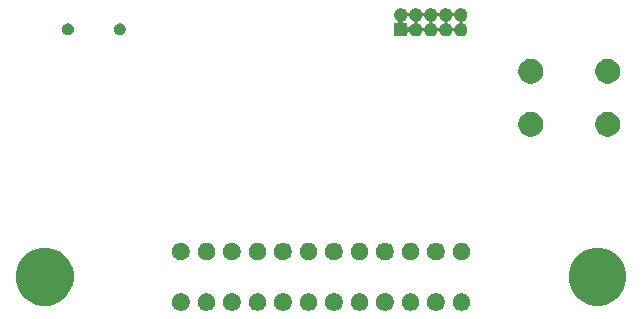
<source format=gbr>
G04 #@! TF.GenerationSoftware,KiCad,Pcbnew,(5.1.2-1)-1*
G04 #@! TF.CreationDate,2019-10-02T20:40:30+01:00*
G04 #@! TF.ProjectId,GPIB Serial Adapter,47504942-2053-4657-9269-616c20416461,rev?*
G04 #@! TF.SameCoordinates,Original*
G04 #@! TF.FileFunction,Soldermask,Bot*
G04 #@! TF.FilePolarity,Negative*
%FSLAX46Y46*%
G04 Gerber Fmt 4.6, Leading zero omitted, Abs format (unit mm)*
G04 Created by KiCad (PCBNEW (5.1.2-1)-1) date 2019-10-02 20:40:30*
%MOMM*%
%LPD*%
G04 APERTURE LIST*
%ADD10C,0.100000*%
G04 APERTURE END LIST*
D10*
G36*
X111775537Y-28563334D02*
G01*
X111847600Y-28577668D01*
X111983364Y-28633903D01*
X112105548Y-28715544D01*
X112209456Y-28819452D01*
X112291097Y-28941636D01*
X112347332Y-29077400D01*
X112376000Y-29221525D01*
X112376000Y-29368475D01*
X112347332Y-29512600D01*
X112291097Y-29648364D01*
X112209456Y-29770548D01*
X112105548Y-29874456D01*
X111983364Y-29956097D01*
X111847600Y-30012332D01*
X111703476Y-30041000D01*
X111556524Y-30041000D01*
X111412400Y-30012332D01*
X111276636Y-29956097D01*
X111154452Y-29874456D01*
X111050544Y-29770548D01*
X110968903Y-29648364D01*
X110912668Y-29512600D01*
X110884000Y-29368475D01*
X110884000Y-29221525D01*
X110912668Y-29077400D01*
X110968903Y-28941636D01*
X111050544Y-28819452D01*
X111154452Y-28715544D01*
X111276636Y-28633903D01*
X111412400Y-28577668D01*
X111484463Y-28563334D01*
X111556524Y-28549000D01*
X111703476Y-28549000D01*
X111775537Y-28563334D01*
X111775537Y-28563334D01*
G37*
G36*
X109615537Y-28563334D02*
G01*
X109687600Y-28577668D01*
X109823364Y-28633903D01*
X109945548Y-28715544D01*
X110049456Y-28819452D01*
X110131097Y-28941636D01*
X110187332Y-29077400D01*
X110216000Y-29221525D01*
X110216000Y-29368475D01*
X110187332Y-29512600D01*
X110131097Y-29648364D01*
X110049456Y-29770548D01*
X109945548Y-29874456D01*
X109823364Y-29956097D01*
X109687600Y-30012332D01*
X109543476Y-30041000D01*
X109396524Y-30041000D01*
X109252400Y-30012332D01*
X109116636Y-29956097D01*
X108994452Y-29874456D01*
X108890544Y-29770548D01*
X108808903Y-29648364D01*
X108752668Y-29512600D01*
X108724000Y-29368475D01*
X108724000Y-29221525D01*
X108752668Y-29077400D01*
X108808903Y-28941636D01*
X108890544Y-28819452D01*
X108994452Y-28715544D01*
X109116636Y-28633903D01*
X109252400Y-28577668D01*
X109324463Y-28563334D01*
X109396524Y-28549000D01*
X109543476Y-28549000D01*
X109615537Y-28563334D01*
X109615537Y-28563334D01*
G37*
G36*
X107455537Y-28563334D02*
G01*
X107527600Y-28577668D01*
X107663364Y-28633903D01*
X107785548Y-28715544D01*
X107889456Y-28819452D01*
X107971097Y-28941636D01*
X108027332Y-29077400D01*
X108056000Y-29221525D01*
X108056000Y-29368475D01*
X108027332Y-29512600D01*
X107971097Y-29648364D01*
X107889456Y-29770548D01*
X107785548Y-29874456D01*
X107663364Y-29956097D01*
X107527600Y-30012332D01*
X107383476Y-30041000D01*
X107236524Y-30041000D01*
X107092400Y-30012332D01*
X106956636Y-29956097D01*
X106834452Y-29874456D01*
X106730544Y-29770548D01*
X106648903Y-29648364D01*
X106592668Y-29512600D01*
X106564000Y-29368475D01*
X106564000Y-29221525D01*
X106592668Y-29077400D01*
X106648903Y-28941636D01*
X106730544Y-28819452D01*
X106834452Y-28715544D01*
X106956636Y-28633903D01*
X107092400Y-28577668D01*
X107164463Y-28563334D01*
X107236524Y-28549000D01*
X107383476Y-28549000D01*
X107455537Y-28563334D01*
X107455537Y-28563334D01*
G37*
G36*
X105295537Y-28563334D02*
G01*
X105367600Y-28577668D01*
X105503364Y-28633903D01*
X105625548Y-28715544D01*
X105729456Y-28819452D01*
X105811097Y-28941636D01*
X105867332Y-29077400D01*
X105896000Y-29221525D01*
X105896000Y-29368475D01*
X105867332Y-29512600D01*
X105811097Y-29648364D01*
X105729456Y-29770548D01*
X105625548Y-29874456D01*
X105503364Y-29956097D01*
X105367600Y-30012332D01*
X105223476Y-30041000D01*
X105076524Y-30041000D01*
X104932400Y-30012332D01*
X104796636Y-29956097D01*
X104674452Y-29874456D01*
X104570544Y-29770548D01*
X104488903Y-29648364D01*
X104432668Y-29512600D01*
X104404000Y-29368475D01*
X104404000Y-29221525D01*
X104432668Y-29077400D01*
X104488903Y-28941636D01*
X104570544Y-28819452D01*
X104674452Y-28715544D01*
X104796636Y-28633903D01*
X104932400Y-28577668D01*
X105004463Y-28563334D01*
X105076524Y-28549000D01*
X105223476Y-28549000D01*
X105295537Y-28563334D01*
X105295537Y-28563334D01*
G37*
G36*
X103135537Y-28563334D02*
G01*
X103207600Y-28577668D01*
X103343364Y-28633903D01*
X103465548Y-28715544D01*
X103569456Y-28819452D01*
X103651097Y-28941636D01*
X103707332Y-29077400D01*
X103736000Y-29221525D01*
X103736000Y-29368475D01*
X103707332Y-29512600D01*
X103651097Y-29648364D01*
X103569456Y-29770548D01*
X103465548Y-29874456D01*
X103343364Y-29956097D01*
X103207600Y-30012332D01*
X103063476Y-30041000D01*
X102916524Y-30041000D01*
X102772400Y-30012332D01*
X102636636Y-29956097D01*
X102514452Y-29874456D01*
X102410544Y-29770548D01*
X102328903Y-29648364D01*
X102272668Y-29512600D01*
X102244000Y-29368475D01*
X102244000Y-29221525D01*
X102272668Y-29077400D01*
X102328903Y-28941636D01*
X102410544Y-28819452D01*
X102514452Y-28715544D01*
X102636636Y-28633903D01*
X102772400Y-28577668D01*
X102844463Y-28563334D01*
X102916524Y-28549000D01*
X103063476Y-28549000D01*
X103135537Y-28563334D01*
X103135537Y-28563334D01*
G37*
G36*
X100975537Y-28563334D02*
G01*
X101047600Y-28577668D01*
X101183364Y-28633903D01*
X101305548Y-28715544D01*
X101409456Y-28819452D01*
X101491097Y-28941636D01*
X101547332Y-29077400D01*
X101576000Y-29221525D01*
X101576000Y-29368475D01*
X101547332Y-29512600D01*
X101491097Y-29648364D01*
X101409456Y-29770548D01*
X101305548Y-29874456D01*
X101183364Y-29956097D01*
X101047600Y-30012332D01*
X100903476Y-30041000D01*
X100756524Y-30041000D01*
X100612400Y-30012332D01*
X100476636Y-29956097D01*
X100354452Y-29874456D01*
X100250544Y-29770548D01*
X100168903Y-29648364D01*
X100112668Y-29512600D01*
X100084000Y-29368475D01*
X100084000Y-29221525D01*
X100112668Y-29077400D01*
X100168903Y-28941636D01*
X100250544Y-28819452D01*
X100354452Y-28715544D01*
X100476636Y-28633903D01*
X100612400Y-28577668D01*
X100684463Y-28563334D01*
X100756524Y-28549000D01*
X100903476Y-28549000D01*
X100975537Y-28563334D01*
X100975537Y-28563334D01*
G37*
G36*
X98815537Y-28563334D02*
G01*
X98887600Y-28577668D01*
X99023364Y-28633903D01*
X99145548Y-28715544D01*
X99249456Y-28819452D01*
X99331097Y-28941636D01*
X99387332Y-29077400D01*
X99416000Y-29221525D01*
X99416000Y-29368475D01*
X99387332Y-29512600D01*
X99331097Y-29648364D01*
X99249456Y-29770548D01*
X99145548Y-29874456D01*
X99023364Y-29956097D01*
X98887600Y-30012332D01*
X98743476Y-30041000D01*
X98596524Y-30041000D01*
X98452400Y-30012332D01*
X98316636Y-29956097D01*
X98194452Y-29874456D01*
X98090544Y-29770548D01*
X98008903Y-29648364D01*
X97952668Y-29512600D01*
X97924000Y-29368475D01*
X97924000Y-29221525D01*
X97952668Y-29077400D01*
X98008903Y-28941636D01*
X98090544Y-28819452D01*
X98194452Y-28715544D01*
X98316636Y-28633903D01*
X98452400Y-28577668D01*
X98524463Y-28563334D01*
X98596524Y-28549000D01*
X98743476Y-28549000D01*
X98815537Y-28563334D01*
X98815537Y-28563334D01*
G37*
G36*
X96655537Y-28563334D02*
G01*
X96727600Y-28577668D01*
X96863364Y-28633903D01*
X96985548Y-28715544D01*
X97089456Y-28819452D01*
X97171097Y-28941636D01*
X97227332Y-29077400D01*
X97256000Y-29221525D01*
X97256000Y-29368475D01*
X97227332Y-29512600D01*
X97171097Y-29648364D01*
X97089456Y-29770548D01*
X96985548Y-29874456D01*
X96863364Y-29956097D01*
X96727600Y-30012332D01*
X96583476Y-30041000D01*
X96436524Y-30041000D01*
X96292400Y-30012332D01*
X96156636Y-29956097D01*
X96034452Y-29874456D01*
X95930544Y-29770548D01*
X95848903Y-29648364D01*
X95792668Y-29512600D01*
X95764000Y-29368475D01*
X95764000Y-29221525D01*
X95792668Y-29077400D01*
X95848903Y-28941636D01*
X95930544Y-28819452D01*
X96034452Y-28715544D01*
X96156636Y-28633903D01*
X96292400Y-28577668D01*
X96364463Y-28563334D01*
X96436524Y-28549000D01*
X96583476Y-28549000D01*
X96655537Y-28563334D01*
X96655537Y-28563334D01*
G37*
G36*
X94495537Y-28563334D02*
G01*
X94567600Y-28577668D01*
X94703364Y-28633903D01*
X94825548Y-28715544D01*
X94929456Y-28819452D01*
X95011097Y-28941636D01*
X95067332Y-29077400D01*
X95096000Y-29221525D01*
X95096000Y-29368475D01*
X95067332Y-29512600D01*
X95011097Y-29648364D01*
X94929456Y-29770548D01*
X94825548Y-29874456D01*
X94703364Y-29956097D01*
X94567600Y-30012332D01*
X94423476Y-30041000D01*
X94276524Y-30041000D01*
X94132400Y-30012332D01*
X93996636Y-29956097D01*
X93874452Y-29874456D01*
X93770544Y-29770548D01*
X93688903Y-29648364D01*
X93632668Y-29512600D01*
X93604000Y-29368475D01*
X93604000Y-29221525D01*
X93632668Y-29077400D01*
X93688903Y-28941636D01*
X93770544Y-28819452D01*
X93874452Y-28715544D01*
X93996636Y-28633903D01*
X94132400Y-28577668D01*
X94204463Y-28563334D01*
X94276524Y-28549000D01*
X94423476Y-28549000D01*
X94495537Y-28563334D01*
X94495537Y-28563334D01*
G37*
G36*
X92335537Y-28563334D02*
G01*
X92407600Y-28577668D01*
X92543364Y-28633903D01*
X92665548Y-28715544D01*
X92769456Y-28819452D01*
X92851097Y-28941636D01*
X92907332Y-29077400D01*
X92936000Y-29221525D01*
X92936000Y-29368475D01*
X92907332Y-29512600D01*
X92851097Y-29648364D01*
X92769456Y-29770548D01*
X92665548Y-29874456D01*
X92543364Y-29956097D01*
X92407600Y-30012332D01*
X92263476Y-30041000D01*
X92116524Y-30041000D01*
X91972400Y-30012332D01*
X91836636Y-29956097D01*
X91714452Y-29874456D01*
X91610544Y-29770548D01*
X91528903Y-29648364D01*
X91472668Y-29512600D01*
X91444000Y-29368475D01*
X91444000Y-29221525D01*
X91472668Y-29077400D01*
X91528903Y-28941636D01*
X91610544Y-28819452D01*
X91714452Y-28715544D01*
X91836636Y-28633903D01*
X91972400Y-28577668D01*
X92044463Y-28563334D01*
X92116524Y-28549000D01*
X92263476Y-28549000D01*
X92335537Y-28563334D01*
X92335537Y-28563334D01*
G37*
G36*
X90175537Y-28563334D02*
G01*
X90247600Y-28577668D01*
X90383364Y-28633903D01*
X90505548Y-28715544D01*
X90609456Y-28819452D01*
X90691097Y-28941636D01*
X90747332Y-29077400D01*
X90776000Y-29221525D01*
X90776000Y-29368475D01*
X90747332Y-29512600D01*
X90691097Y-29648364D01*
X90609456Y-29770548D01*
X90505548Y-29874456D01*
X90383364Y-29956097D01*
X90247600Y-30012332D01*
X90103476Y-30041000D01*
X89956524Y-30041000D01*
X89812400Y-30012332D01*
X89676636Y-29956097D01*
X89554452Y-29874456D01*
X89450544Y-29770548D01*
X89368903Y-29648364D01*
X89312668Y-29512600D01*
X89284000Y-29368475D01*
X89284000Y-29221525D01*
X89312668Y-29077400D01*
X89368903Y-28941636D01*
X89450544Y-28819452D01*
X89554452Y-28715544D01*
X89676636Y-28633903D01*
X89812400Y-28577668D01*
X89884463Y-28563334D01*
X89956524Y-28549000D01*
X90103476Y-28549000D01*
X90175537Y-28563334D01*
X90175537Y-28563334D01*
G37*
G36*
X88015537Y-28563334D02*
G01*
X88087600Y-28577668D01*
X88223364Y-28633903D01*
X88345548Y-28715544D01*
X88449456Y-28819452D01*
X88531097Y-28941636D01*
X88587332Y-29077400D01*
X88616000Y-29221525D01*
X88616000Y-29368475D01*
X88587332Y-29512600D01*
X88531097Y-29648364D01*
X88449456Y-29770548D01*
X88345548Y-29874456D01*
X88223364Y-29956097D01*
X88087600Y-30012332D01*
X87943476Y-30041000D01*
X87796524Y-30041000D01*
X87652400Y-30012332D01*
X87516636Y-29956097D01*
X87394452Y-29874456D01*
X87290544Y-29770548D01*
X87208903Y-29648364D01*
X87152668Y-29512600D01*
X87124000Y-29368475D01*
X87124000Y-29221525D01*
X87152668Y-29077400D01*
X87208903Y-28941636D01*
X87290544Y-28819452D01*
X87394452Y-28715544D01*
X87516636Y-28633903D01*
X87652400Y-28577668D01*
X87724463Y-28563334D01*
X87796524Y-28549000D01*
X87943476Y-28549000D01*
X88015537Y-28563334D01*
X88015537Y-28563334D01*
G37*
G36*
X123859929Y-24793190D02*
G01*
X124305982Y-24977951D01*
X124305984Y-24977952D01*
X124707421Y-25246184D01*
X125048816Y-25587579D01*
X125158011Y-25751000D01*
X125317049Y-25989018D01*
X125501810Y-26435071D01*
X125596000Y-26908596D01*
X125596000Y-27391404D01*
X125501810Y-27864929D01*
X125317049Y-28310982D01*
X125317048Y-28310984D01*
X125048816Y-28712421D01*
X124707421Y-29053816D01*
X124305984Y-29322048D01*
X124305983Y-29322049D01*
X124305982Y-29322049D01*
X123859929Y-29506810D01*
X123386404Y-29601000D01*
X122903596Y-29601000D01*
X122430071Y-29506810D01*
X121984018Y-29322049D01*
X121984017Y-29322049D01*
X121984016Y-29322048D01*
X121582579Y-29053816D01*
X121241184Y-28712421D01*
X120972952Y-28310984D01*
X120972951Y-28310982D01*
X120788190Y-27864929D01*
X120694000Y-27391404D01*
X120694000Y-26908596D01*
X120788190Y-26435071D01*
X120972951Y-25989018D01*
X121131990Y-25751000D01*
X121241184Y-25587579D01*
X121582579Y-25246184D01*
X121984016Y-24977952D01*
X121984018Y-24977951D01*
X122430071Y-24793190D01*
X122903596Y-24699000D01*
X123386404Y-24699000D01*
X123859929Y-24793190D01*
X123859929Y-24793190D01*
G37*
G36*
X77069929Y-24793190D02*
G01*
X77515982Y-24977951D01*
X77515984Y-24977952D01*
X77917421Y-25246184D01*
X78258816Y-25587579D01*
X78368011Y-25751000D01*
X78527049Y-25989018D01*
X78711810Y-26435071D01*
X78806000Y-26908596D01*
X78806000Y-27391404D01*
X78711810Y-27864929D01*
X78527049Y-28310982D01*
X78527048Y-28310984D01*
X78258816Y-28712421D01*
X77917421Y-29053816D01*
X77515984Y-29322048D01*
X77515983Y-29322049D01*
X77515982Y-29322049D01*
X77069929Y-29506810D01*
X76596404Y-29601000D01*
X76113596Y-29601000D01*
X75640071Y-29506810D01*
X75194018Y-29322049D01*
X75194017Y-29322049D01*
X75194016Y-29322048D01*
X74792579Y-29053816D01*
X74451184Y-28712421D01*
X74182952Y-28310984D01*
X74182951Y-28310982D01*
X73998190Y-27864929D01*
X73904000Y-27391404D01*
X73904000Y-26908596D01*
X73998190Y-26435071D01*
X74182951Y-25989018D01*
X74341990Y-25751000D01*
X74451184Y-25587579D01*
X74792579Y-25246184D01*
X75194016Y-24977952D01*
X75194018Y-24977951D01*
X75640071Y-24793190D01*
X76113596Y-24699000D01*
X76596404Y-24699000D01*
X77069929Y-24793190D01*
X77069929Y-24793190D01*
G37*
G36*
X103207600Y-24287668D02*
G01*
X103343364Y-24343903D01*
X103465548Y-24425544D01*
X103569456Y-24529452D01*
X103651097Y-24651636D01*
X103707332Y-24787400D01*
X103736000Y-24931525D01*
X103736000Y-25078475D01*
X103707332Y-25222600D01*
X103651097Y-25358364D01*
X103569456Y-25480548D01*
X103465548Y-25584456D01*
X103343364Y-25666097D01*
X103207600Y-25722332D01*
X103063476Y-25751000D01*
X102916524Y-25751000D01*
X102772400Y-25722332D01*
X102636636Y-25666097D01*
X102514452Y-25584456D01*
X102410544Y-25480548D01*
X102328903Y-25358364D01*
X102272668Y-25222600D01*
X102244000Y-25078475D01*
X102244000Y-24931525D01*
X102272668Y-24787400D01*
X102328903Y-24651636D01*
X102410544Y-24529452D01*
X102514452Y-24425544D01*
X102636636Y-24343903D01*
X102772400Y-24287668D01*
X102916524Y-24259000D01*
X103063476Y-24259000D01*
X103207600Y-24287668D01*
X103207600Y-24287668D01*
G37*
G36*
X98887600Y-24287668D02*
G01*
X99023364Y-24343903D01*
X99145548Y-24425544D01*
X99249456Y-24529452D01*
X99331097Y-24651636D01*
X99387332Y-24787400D01*
X99416000Y-24931525D01*
X99416000Y-25078475D01*
X99387332Y-25222600D01*
X99331097Y-25358364D01*
X99249456Y-25480548D01*
X99145548Y-25584456D01*
X99023364Y-25666097D01*
X98887600Y-25722332D01*
X98743476Y-25751000D01*
X98596524Y-25751000D01*
X98452400Y-25722332D01*
X98316636Y-25666097D01*
X98194452Y-25584456D01*
X98090544Y-25480548D01*
X98008903Y-25358364D01*
X97952668Y-25222600D01*
X97924000Y-25078475D01*
X97924000Y-24931525D01*
X97952668Y-24787400D01*
X98008903Y-24651636D01*
X98090544Y-24529452D01*
X98194452Y-24425544D01*
X98316636Y-24343903D01*
X98452400Y-24287668D01*
X98596524Y-24259000D01*
X98743476Y-24259000D01*
X98887600Y-24287668D01*
X98887600Y-24287668D01*
G37*
G36*
X105367600Y-24287668D02*
G01*
X105503364Y-24343903D01*
X105625548Y-24425544D01*
X105729456Y-24529452D01*
X105811097Y-24651636D01*
X105867332Y-24787400D01*
X105896000Y-24931525D01*
X105896000Y-25078475D01*
X105867332Y-25222600D01*
X105811097Y-25358364D01*
X105729456Y-25480548D01*
X105625548Y-25584456D01*
X105503364Y-25666097D01*
X105367600Y-25722332D01*
X105223476Y-25751000D01*
X105076524Y-25751000D01*
X104932400Y-25722332D01*
X104796636Y-25666097D01*
X104674452Y-25584456D01*
X104570544Y-25480548D01*
X104488903Y-25358364D01*
X104432668Y-25222600D01*
X104404000Y-25078475D01*
X104404000Y-24931525D01*
X104432668Y-24787400D01*
X104488903Y-24651636D01*
X104570544Y-24529452D01*
X104674452Y-24425544D01*
X104796636Y-24343903D01*
X104932400Y-24287668D01*
X105076524Y-24259000D01*
X105223476Y-24259000D01*
X105367600Y-24287668D01*
X105367600Y-24287668D01*
G37*
G36*
X96727600Y-24287668D02*
G01*
X96863364Y-24343903D01*
X96985548Y-24425544D01*
X97089456Y-24529452D01*
X97171097Y-24651636D01*
X97227332Y-24787400D01*
X97256000Y-24931525D01*
X97256000Y-25078475D01*
X97227332Y-25222600D01*
X97171097Y-25358364D01*
X97089456Y-25480548D01*
X96985548Y-25584456D01*
X96863364Y-25666097D01*
X96727600Y-25722332D01*
X96583476Y-25751000D01*
X96436524Y-25751000D01*
X96292400Y-25722332D01*
X96156636Y-25666097D01*
X96034452Y-25584456D01*
X95930544Y-25480548D01*
X95848903Y-25358364D01*
X95792668Y-25222600D01*
X95764000Y-25078475D01*
X95764000Y-24931525D01*
X95792668Y-24787400D01*
X95848903Y-24651636D01*
X95930544Y-24529452D01*
X96034452Y-24425544D01*
X96156636Y-24343903D01*
X96292400Y-24287668D01*
X96436524Y-24259000D01*
X96583476Y-24259000D01*
X96727600Y-24287668D01*
X96727600Y-24287668D01*
G37*
G36*
X107527600Y-24287668D02*
G01*
X107663364Y-24343903D01*
X107785548Y-24425544D01*
X107889456Y-24529452D01*
X107971097Y-24651636D01*
X108027332Y-24787400D01*
X108056000Y-24931525D01*
X108056000Y-25078475D01*
X108027332Y-25222600D01*
X107971097Y-25358364D01*
X107889456Y-25480548D01*
X107785548Y-25584456D01*
X107663364Y-25666097D01*
X107527600Y-25722332D01*
X107383476Y-25751000D01*
X107236524Y-25751000D01*
X107092400Y-25722332D01*
X106956636Y-25666097D01*
X106834452Y-25584456D01*
X106730544Y-25480548D01*
X106648903Y-25358364D01*
X106592668Y-25222600D01*
X106564000Y-25078475D01*
X106564000Y-24931525D01*
X106592668Y-24787400D01*
X106648903Y-24651636D01*
X106730544Y-24529452D01*
X106834452Y-24425544D01*
X106956636Y-24343903D01*
X107092400Y-24287668D01*
X107236524Y-24259000D01*
X107383476Y-24259000D01*
X107527600Y-24287668D01*
X107527600Y-24287668D01*
G37*
G36*
X94567600Y-24287668D02*
G01*
X94703364Y-24343903D01*
X94825548Y-24425544D01*
X94929456Y-24529452D01*
X95011097Y-24651636D01*
X95067332Y-24787400D01*
X95096000Y-24931525D01*
X95096000Y-25078475D01*
X95067332Y-25222600D01*
X95011097Y-25358364D01*
X94929456Y-25480548D01*
X94825548Y-25584456D01*
X94703364Y-25666097D01*
X94567600Y-25722332D01*
X94423476Y-25751000D01*
X94276524Y-25751000D01*
X94132400Y-25722332D01*
X93996636Y-25666097D01*
X93874452Y-25584456D01*
X93770544Y-25480548D01*
X93688903Y-25358364D01*
X93632668Y-25222600D01*
X93604000Y-25078475D01*
X93604000Y-24931525D01*
X93632668Y-24787400D01*
X93688903Y-24651636D01*
X93770544Y-24529452D01*
X93874452Y-24425544D01*
X93996636Y-24343903D01*
X94132400Y-24287668D01*
X94276524Y-24259000D01*
X94423476Y-24259000D01*
X94567600Y-24287668D01*
X94567600Y-24287668D01*
G37*
G36*
X109687600Y-24287668D02*
G01*
X109823364Y-24343903D01*
X109945548Y-24425544D01*
X110049456Y-24529452D01*
X110131097Y-24651636D01*
X110187332Y-24787400D01*
X110216000Y-24931525D01*
X110216000Y-25078475D01*
X110187332Y-25222600D01*
X110131097Y-25358364D01*
X110049456Y-25480548D01*
X109945548Y-25584456D01*
X109823364Y-25666097D01*
X109687600Y-25722332D01*
X109543476Y-25751000D01*
X109396524Y-25751000D01*
X109252400Y-25722332D01*
X109116636Y-25666097D01*
X108994452Y-25584456D01*
X108890544Y-25480548D01*
X108808903Y-25358364D01*
X108752668Y-25222600D01*
X108724000Y-25078475D01*
X108724000Y-24931525D01*
X108752668Y-24787400D01*
X108808903Y-24651636D01*
X108890544Y-24529452D01*
X108994452Y-24425544D01*
X109116636Y-24343903D01*
X109252400Y-24287668D01*
X109396524Y-24259000D01*
X109543476Y-24259000D01*
X109687600Y-24287668D01*
X109687600Y-24287668D01*
G37*
G36*
X88087600Y-24287668D02*
G01*
X88223364Y-24343903D01*
X88345548Y-24425544D01*
X88449456Y-24529452D01*
X88531097Y-24651636D01*
X88587332Y-24787400D01*
X88616000Y-24931525D01*
X88616000Y-25078475D01*
X88587332Y-25222600D01*
X88531097Y-25358364D01*
X88449456Y-25480548D01*
X88345548Y-25584456D01*
X88223364Y-25666097D01*
X88087600Y-25722332D01*
X87943476Y-25751000D01*
X87796524Y-25751000D01*
X87652400Y-25722332D01*
X87516636Y-25666097D01*
X87394452Y-25584456D01*
X87290544Y-25480548D01*
X87208903Y-25358364D01*
X87152668Y-25222600D01*
X87124000Y-25078475D01*
X87124000Y-24931525D01*
X87152668Y-24787400D01*
X87208903Y-24651636D01*
X87290544Y-24529452D01*
X87394452Y-24425544D01*
X87516636Y-24343903D01*
X87652400Y-24287668D01*
X87796524Y-24259000D01*
X87943476Y-24259000D01*
X88087600Y-24287668D01*
X88087600Y-24287668D01*
G37*
G36*
X90247600Y-24287668D02*
G01*
X90383364Y-24343903D01*
X90505548Y-24425544D01*
X90609456Y-24529452D01*
X90691097Y-24651636D01*
X90747332Y-24787400D01*
X90776000Y-24931525D01*
X90776000Y-25078475D01*
X90747332Y-25222600D01*
X90691097Y-25358364D01*
X90609456Y-25480548D01*
X90505548Y-25584456D01*
X90383364Y-25666097D01*
X90247600Y-25722332D01*
X90103476Y-25751000D01*
X89956524Y-25751000D01*
X89812400Y-25722332D01*
X89676636Y-25666097D01*
X89554452Y-25584456D01*
X89450544Y-25480548D01*
X89368903Y-25358364D01*
X89312668Y-25222600D01*
X89284000Y-25078475D01*
X89284000Y-24931525D01*
X89312668Y-24787400D01*
X89368903Y-24651636D01*
X89450544Y-24529452D01*
X89554452Y-24425544D01*
X89676636Y-24343903D01*
X89812400Y-24287668D01*
X89956524Y-24259000D01*
X90103476Y-24259000D01*
X90247600Y-24287668D01*
X90247600Y-24287668D01*
G37*
G36*
X111847600Y-24287668D02*
G01*
X111983364Y-24343903D01*
X112105548Y-24425544D01*
X112209456Y-24529452D01*
X112291097Y-24651636D01*
X112347332Y-24787400D01*
X112376000Y-24931525D01*
X112376000Y-25078475D01*
X112347332Y-25222600D01*
X112291097Y-25358364D01*
X112209456Y-25480548D01*
X112105548Y-25584456D01*
X111983364Y-25666097D01*
X111847600Y-25722332D01*
X111703476Y-25751000D01*
X111556524Y-25751000D01*
X111412400Y-25722332D01*
X111276636Y-25666097D01*
X111154452Y-25584456D01*
X111050544Y-25480548D01*
X110968903Y-25358364D01*
X110912668Y-25222600D01*
X110884000Y-25078475D01*
X110884000Y-24931525D01*
X110912668Y-24787400D01*
X110968903Y-24651636D01*
X111050544Y-24529452D01*
X111154452Y-24425544D01*
X111276636Y-24343903D01*
X111412400Y-24287668D01*
X111556524Y-24259000D01*
X111703476Y-24259000D01*
X111847600Y-24287668D01*
X111847600Y-24287668D01*
G37*
G36*
X92407600Y-24287668D02*
G01*
X92543364Y-24343903D01*
X92665548Y-24425544D01*
X92769456Y-24529452D01*
X92851097Y-24651636D01*
X92907332Y-24787400D01*
X92936000Y-24931525D01*
X92936000Y-25078475D01*
X92907332Y-25222600D01*
X92851097Y-25358364D01*
X92769456Y-25480548D01*
X92665548Y-25584456D01*
X92543364Y-25666097D01*
X92407600Y-25722332D01*
X92263476Y-25751000D01*
X92116524Y-25751000D01*
X91972400Y-25722332D01*
X91836636Y-25666097D01*
X91714452Y-25584456D01*
X91610544Y-25480548D01*
X91528903Y-25358364D01*
X91472668Y-25222600D01*
X91444000Y-25078475D01*
X91444000Y-24931525D01*
X91472668Y-24787400D01*
X91528903Y-24651636D01*
X91610544Y-24529452D01*
X91714452Y-24425544D01*
X91836636Y-24343903D01*
X91972400Y-24287668D01*
X92116524Y-24259000D01*
X92263476Y-24259000D01*
X92407600Y-24287668D01*
X92407600Y-24287668D01*
G37*
G36*
X101047600Y-24287668D02*
G01*
X101183364Y-24343903D01*
X101305548Y-24425544D01*
X101409456Y-24529452D01*
X101491097Y-24651636D01*
X101547332Y-24787400D01*
X101576000Y-24931525D01*
X101576000Y-25078475D01*
X101547332Y-25222600D01*
X101491097Y-25358364D01*
X101409456Y-25480548D01*
X101305548Y-25584456D01*
X101183364Y-25666097D01*
X101047600Y-25722332D01*
X100903476Y-25751000D01*
X100756524Y-25751000D01*
X100612400Y-25722332D01*
X100476636Y-25666097D01*
X100354452Y-25584456D01*
X100250544Y-25480548D01*
X100168903Y-25358364D01*
X100112668Y-25222600D01*
X100084000Y-25078475D01*
X100084000Y-24931525D01*
X100112668Y-24787400D01*
X100168903Y-24651636D01*
X100250544Y-24529452D01*
X100354452Y-24425544D01*
X100476636Y-24343903D01*
X100612400Y-24287668D01*
X100756524Y-24259000D01*
X100903476Y-24259000D01*
X101047600Y-24287668D01*
X101047600Y-24287668D01*
G37*
G36*
X117806564Y-13239389D02*
G01*
X117997833Y-13318615D01*
X117997835Y-13318616D01*
X118169973Y-13433635D01*
X118316365Y-13580027D01*
X118431385Y-13752167D01*
X118510611Y-13943436D01*
X118551000Y-14146484D01*
X118551000Y-14353516D01*
X118510611Y-14556564D01*
X118431385Y-14747833D01*
X118431384Y-14747835D01*
X118316365Y-14919973D01*
X118169973Y-15066365D01*
X117997835Y-15181384D01*
X117997834Y-15181385D01*
X117997833Y-15181385D01*
X117806564Y-15260611D01*
X117603516Y-15301000D01*
X117396484Y-15301000D01*
X117193436Y-15260611D01*
X117002167Y-15181385D01*
X117002166Y-15181385D01*
X117002165Y-15181384D01*
X116830027Y-15066365D01*
X116683635Y-14919973D01*
X116568616Y-14747835D01*
X116568615Y-14747833D01*
X116489389Y-14556564D01*
X116449000Y-14353516D01*
X116449000Y-14146484D01*
X116489389Y-13943436D01*
X116568615Y-13752167D01*
X116683635Y-13580027D01*
X116830027Y-13433635D01*
X117002165Y-13318616D01*
X117002167Y-13318615D01*
X117193436Y-13239389D01*
X117396484Y-13199000D01*
X117603516Y-13199000D01*
X117806564Y-13239389D01*
X117806564Y-13239389D01*
G37*
G36*
X124306564Y-13239389D02*
G01*
X124497833Y-13318615D01*
X124497835Y-13318616D01*
X124669973Y-13433635D01*
X124816365Y-13580027D01*
X124931385Y-13752167D01*
X125010611Y-13943436D01*
X125051000Y-14146484D01*
X125051000Y-14353516D01*
X125010611Y-14556564D01*
X124931385Y-14747833D01*
X124931384Y-14747835D01*
X124816365Y-14919973D01*
X124669973Y-15066365D01*
X124497835Y-15181384D01*
X124497834Y-15181385D01*
X124497833Y-15181385D01*
X124306564Y-15260611D01*
X124103516Y-15301000D01*
X123896484Y-15301000D01*
X123693436Y-15260611D01*
X123502167Y-15181385D01*
X123502166Y-15181385D01*
X123502165Y-15181384D01*
X123330027Y-15066365D01*
X123183635Y-14919973D01*
X123068616Y-14747835D01*
X123068615Y-14747833D01*
X122989389Y-14556564D01*
X122949000Y-14353516D01*
X122949000Y-14146484D01*
X122989389Y-13943436D01*
X123068615Y-13752167D01*
X123183635Y-13580027D01*
X123330027Y-13433635D01*
X123502165Y-13318616D01*
X123502167Y-13318615D01*
X123693436Y-13239389D01*
X123896484Y-13199000D01*
X124103516Y-13199000D01*
X124306564Y-13239389D01*
X124306564Y-13239389D01*
G37*
G36*
X117806564Y-8739389D02*
G01*
X117997833Y-8818615D01*
X117997835Y-8818616D01*
X118169973Y-8933635D01*
X118316365Y-9080027D01*
X118431385Y-9252167D01*
X118510611Y-9443436D01*
X118551000Y-9646484D01*
X118551000Y-9853516D01*
X118510611Y-10056564D01*
X118431385Y-10247833D01*
X118431384Y-10247835D01*
X118316365Y-10419973D01*
X118169973Y-10566365D01*
X117997835Y-10681384D01*
X117997834Y-10681385D01*
X117997833Y-10681385D01*
X117806564Y-10760611D01*
X117603516Y-10801000D01*
X117396484Y-10801000D01*
X117193436Y-10760611D01*
X117002167Y-10681385D01*
X117002166Y-10681385D01*
X117002165Y-10681384D01*
X116830027Y-10566365D01*
X116683635Y-10419973D01*
X116568616Y-10247835D01*
X116568615Y-10247833D01*
X116489389Y-10056564D01*
X116449000Y-9853516D01*
X116449000Y-9646484D01*
X116489389Y-9443436D01*
X116568615Y-9252167D01*
X116683635Y-9080027D01*
X116830027Y-8933635D01*
X117002165Y-8818616D01*
X117002167Y-8818615D01*
X117193436Y-8739389D01*
X117396484Y-8699000D01*
X117603516Y-8699000D01*
X117806564Y-8739389D01*
X117806564Y-8739389D01*
G37*
G36*
X124306564Y-8739389D02*
G01*
X124497833Y-8818615D01*
X124497835Y-8818616D01*
X124669973Y-8933635D01*
X124816365Y-9080027D01*
X124931385Y-9252167D01*
X125010611Y-9443436D01*
X125051000Y-9646484D01*
X125051000Y-9853516D01*
X125010611Y-10056564D01*
X124931385Y-10247833D01*
X124931384Y-10247835D01*
X124816365Y-10419973D01*
X124669973Y-10566365D01*
X124497835Y-10681384D01*
X124497834Y-10681385D01*
X124497833Y-10681385D01*
X124306564Y-10760611D01*
X124103516Y-10801000D01*
X123896484Y-10801000D01*
X123693436Y-10760611D01*
X123502167Y-10681385D01*
X123502166Y-10681385D01*
X123502165Y-10681384D01*
X123330027Y-10566365D01*
X123183635Y-10419973D01*
X123068616Y-10247835D01*
X123068615Y-10247833D01*
X122989389Y-10056564D01*
X122949000Y-9853516D01*
X122949000Y-9646484D01*
X122989389Y-9443436D01*
X123068615Y-9252167D01*
X123183635Y-9080027D01*
X123330027Y-8933635D01*
X123502165Y-8818616D01*
X123502167Y-8818615D01*
X123693436Y-8739389D01*
X123896484Y-8699000D01*
X124103516Y-8699000D01*
X124306564Y-8739389D01*
X124306564Y-8739389D01*
G37*
G36*
X106608015Y-4436973D02*
G01*
X106711879Y-4468479D01*
X106739055Y-4483005D01*
X106807600Y-4519643D01*
X106891501Y-4588499D01*
X106960357Y-4672400D01*
X106996995Y-4740945D01*
X107011521Y-4768121D01*
X107015388Y-4780869D01*
X107024760Y-4803496D01*
X107038374Y-4823870D01*
X107055701Y-4841197D01*
X107076075Y-4854811D01*
X107098714Y-4864188D01*
X107122747Y-4868969D01*
X107147251Y-4868969D01*
X107171285Y-4864189D01*
X107193924Y-4854812D01*
X107214298Y-4841198D01*
X107231625Y-4823871D01*
X107245239Y-4803497D01*
X107254612Y-4780869D01*
X107258479Y-4768121D01*
X107273005Y-4740945D01*
X107309643Y-4672400D01*
X107378499Y-4588499D01*
X107462400Y-4519643D01*
X107530945Y-4483005D01*
X107558121Y-4468479D01*
X107661985Y-4436973D01*
X107742933Y-4429000D01*
X107797067Y-4429000D01*
X107878015Y-4436973D01*
X107981879Y-4468479D01*
X108009055Y-4483005D01*
X108077600Y-4519643D01*
X108161501Y-4588499D01*
X108230357Y-4672400D01*
X108266995Y-4740945D01*
X108281521Y-4768121D01*
X108285388Y-4780869D01*
X108294760Y-4803496D01*
X108308374Y-4823870D01*
X108325701Y-4841197D01*
X108346075Y-4854811D01*
X108368714Y-4864188D01*
X108392747Y-4868969D01*
X108417251Y-4868969D01*
X108441285Y-4864189D01*
X108463924Y-4854812D01*
X108484298Y-4841198D01*
X108501625Y-4823871D01*
X108515239Y-4803497D01*
X108524612Y-4780869D01*
X108528479Y-4768121D01*
X108543005Y-4740945D01*
X108579643Y-4672400D01*
X108648499Y-4588499D01*
X108732400Y-4519643D01*
X108800945Y-4483005D01*
X108828121Y-4468479D01*
X108931985Y-4436973D01*
X109012933Y-4429000D01*
X109067067Y-4429000D01*
X109148015Y-4436973D01*
X109251879Y-4468479D01*
X109279055Y-4483005D01*
X109347600Y-4519643D01*
X109431501Y-4588499D01*
X109500357Y-4672400D01*
X109536995Y-4740945D01*
X109551521Y-4768121D01*
X109555388Y-4780869D01*
X109564760Y-4803496D01*
X109578374Y-4823870D01*
X109595701Y-4841197D01*
X109616075Y-4854811D01*
X109638714Y-4864188D01*
X109662747Y-4868969D01*
X109687251Y-4868969D01*
X109711285Y-4864189D01*
X109733924Y-4854812D01*
X109754298Y-4841198D01*
X109771625Y-4823871D01*
X109785239Y-4803497D01*
X109794612Y-4780869D01*
X109798479Y-4768121D01*
X109813005Y-4740945D01*
X109849643Y-4672400D01*
X109918499Y-4588499D01*
X110002400Y-4519643D01*
X110070945Y-4483005D01*
X110098121Y-4468479D01*
X110201985Y-4436973D01*
X110282933Y-4429000D01*
X110337067Y-4429000D01*
X110418015Y-4436973D01*
X110521879Y-4468479D01*
X110549055Y-4483005D01*
X110617600Y-4519643D01*
X110701501Y-4588499D01*
X110770357Y-4672400D01*
X110806995Y-4740945D01*
X110821521Y-4768121D01*
X110825388Y-4780869D01*
X110834760Y-4803496D01*
X110848374Y-4823870D01*
X110865701Y-4841197D01*
X110886075Y-4854811D01*
X110908714Y-4864188D01*
X110932747Y-4868969D01*
X110957251Y-4868969D01*
X110981285Y-4864189D01*
X111003924Y-4854812D01*
X111024298Y-4841198D01*
X111041625Y-4823871D01*
X111055239Y-4803497D01*
X111064612Y-4780869D01*
X111068479Y-4768121D01*
X111083005Y-4740945D01*
X111119643Y-4672400D01*
X111188499Y-4588499D01*
X111272400Y-4519643D01*
X111340945Y-4483005D01*
X111368121Y-4468479D01*
X111471985Y-4436973D01*
X111552933Y-4429000D01*
X111607067Y-4429000D01*
X111688015Y-4436973D01*
X111791879Y-4468479D01*
X111819055Y-4483005D01*
X111887600Y-4519643D01*
X111971501Y-4588499D01*
X112040357Y-4672400D01*
X112076995Y-4740945D01*
X112091521Y-4768121D01*
X112123027Y-4871985D01*
X112133666Y-4980000D01*
X112123027Y-5088015D01*
X112091521Y-5191879D01*
X112091519Y-5191882D01*
X112040357Y-5287600D01*
X111971501Y-5371501D01*
X111887600Y-5440357D01*
X111832014Y-5470068D01*
X111791879Y-5491521D01*
X111779131Y-5495388D01*
X111756504Y-5504760D01*
X111736130Y-5518374D01*
X111718803Y-5535701D01*
X111705189Y-5556075D01*
X111695812Y-5578714D01*
X111691031Y-5602747D01*
X111691031Y-5627251D01*
X111695811Y-5651285D01*
X111705188Y-5673924D01*
X111718802Y-5694298D01*
X111736129Y-5711625D01*
X111756503Y-5725239D01*
X111779131Y-5734612D01*
X111791879Y-5738479D01*
X111819055Y-5753005D01*
X111887600Y-5789643D01*
X111971501Y-5858499D01*
X112040357Y-5942400D01*
X112076995Y-6010945D01*
X112091521Y-6038121D01*
X112123027Y-6141985D01*
X112133666Y-6250000D01*
X112123027Y-6358015D01*
X112091521Y-6461879D01*
X112091191Y-6462496D01*
X112040357Y-6557600D01*
X111971501Y-6641501D01*
X111887600Y-6710357D01*
X111819055Y-6746995D01*
X111791879Y-6761521D01*
X111688015Y-6793027D01*
X111607067Y-6801000D01*
X111552933Y-6801000D01*
X111471985Y-6793027D01*
X111368121Y-6761521D01*
X111340945Y-6746995D01*
X111272400Y-6710357D01*
X111188499Y-6641501D01*
X111119643Y-6557600D01*
X111068809Y-6462496D01*
X111068479Y-6461879D01*
X111064612Y-6449131D01*
X111055240Y-6426504D01*
X111041626Y-6406130D01*
X111024299Y-6388803D01*
X111003925Y-6375189D01*
X110981286Y-6365812D01*
X110957253Y-6361031D01*
X110932749Y-6361031D01*
X110908715Y-6365811D01*
X110886076Y-6375188D01*
X110865702Y-6388802D01*
X110848375Y-6406129D01*
X110834761Y-6426503D01*
X110825388Y-6449131D01*
X110821521Y-6461879D01*
X110821191Y-6462496D01*
X110770357Y-6557600D01*
X110701501Y-6641501D01*
X110617600Y-6710357D01*
X110549055Y-6746995D01*
X110521879Y-6761521D01*
X110418015Y-6793027D01*
X110337067Y-6801000D01*
X110282933Y-6801000D01*
X110201985Y-6793027D01*
X110098121Y-6761521D01*
X110070945Y-6746995D01*
X110002400Y-6710357D01*
X109918499Y-6641501D01*
X109849643Y-6557600D01*
X109798809Y-6462496D01*
X109798479Y-6461879D01*
X109794612Y-6449131D01*
X109785240Y-6426504D01*
X109771626Y-6406130D01*
X109754299Y-6388803D01*
X109733925Y-6375189D01*
X109711286Y-6365812D01*
X109687253Y-6361031D01*
X109662749Y-6361031D01*
X109638715Y-6365811D01*
X109616076Y-6375188D01*
X109595702Y-6388802D01*
X109578375Y-6406129D01*
X109564761Y-6426503D01*
X109555388Y-6449131D01*
X109551521Y-6461879D01*
X109551191Y-6462496D01*
X109500357Y-6557600D01*
X109431501Y-6641501D01*
X109347600Y-6710357D01*
X109279055Y-6746995D01*
X109251879Y-6761521D01*
X109148015Y-6793027D01*
X109067067Y-6801000D01*
X109012933Y-6801000D01*
X108931985Y-6793027D01*
X108828121Y-6761521D01*
X108800945Y-6746995D01*
X108732400Y-6710357D01*
X108648499Y-6641501D01*
X108579643Y-6557600D01*
X108528809Y-6462496D01*
X108528479Y-6461879D01*
X108524612Y-6449131D01*
X108515240Y-6426504D01*
X108501626Y-6406130D01*
X108484299Y-6388803D01*
X108463925Y-6375189D01*
X108441286Y-6365812D01*
X108417253Y-6361031D01*
X108392749Y-6361031D01*
X108368715Y-6365811D01*
X108346076Y-6375188D01*
X108325702Y-6388802D01*
X108308375Y-6406129D01*
X108294761Y-6426503D01*
X108285388Y-6449131D01*
X108281521Y-6461879D01*
X108281191Y-6462496D01*
X108230357Y-6557600D01*
X108161501Y-6641501D01*
X108077600Y-6710357D01*
X108009055Y-6746995D01*
X107981879Y-6761521D01*
X107878015Y-6793027D01*
X107797067Y-6801000D01*
X107742933Y-6801000D01*
X107661985Y-6793027D01*
X107558121Y-6761521D01*
X107530945Y-6746995D01*
X107462400Y-6710357D01*
X107378499Y-6641501D01*
X107309645Y-6557601D01*
X107309644Y-6557600D01*
X107286236Y-6513807D01*
X107272625Y-6493437D01*
X107255298Y-6476110D01*
X107234924Y-6462496D01*
X107212285Y-6453119D01*
X107188252Y-6448338D01*
X107163748Y-6448338D01*
X107139714Y-6453118D01*
X107117076Y-6462495D01*
X107096701Y-6476109D01*
X107079374Y-6493436D01*
X107065760Y-6513810D01*
X107056383Y-6536449D01*
X107051602Y-6560482D01*
X107051000Y-6572735D01*
X107051000Y-6801000D01*
X105949000Y-6801000D01*
X105949000Y-5699000D01*
X106177265Y-5699000D01*
X106201651Y-5696598D01*
X106225100Y-5689485D01*
X106246711Y-5677934D01*
X106265653Y-5662389D01*
X106281198Y-5643447D01*
X106292749Y-5621836D01*
X106299862Y-5598387D01*
X106302264Y-5574001D01*
X106301058Y-5561748D01*
X106698338Y-5561748D01*
X106698338Y-5586252D01*
X106703118Y-5610286D01*
X106712495Y-5632924D01*
X106726109Y-5653299D01*
X106743436Y-5670626D01*
X106763810Y-5684240D01*
X106786449Y-5693617D01*
X106810482Y-5698398D01*
X106822735Y-5699000D01*
X107051000Y-5699000D01*
X107051000Y-5927265D01*
X107053402Y-5951651D01*
X107060515Y-5975100D01*
X107072066Y-5996711D01*
X107087611Y-6015653D01*
X107106553Y-6031198D01*
X107128164Y-6042749D01*
X107151613Y-6049862D01*
X107175999Y-6052264D01*
X107200385Y-6049862D01*
X107223834Y-6042749D01*
X107245445Y-6031198D01*
X107264387Y-6015653D01*
X107279932Y-5996711D01*
X107286233Y-5986198D01*
X107309644Y-5942400D01*
X107378499Y-5858499D01*
X107462400Y-5789643D01*
X107530945Y-5753005D01*
X107558121Y-5738479D01*
X107570869Y-5734612D01*
X107593496Y-5725240D01*
X107613870Y-5711626D01*
X107631197Y-5694299D01*
X107644811Y-5673925D01*
X107654188Y-5651286D01*
X107658969Y-5627253D01*
X107658969Y-5602749D01*
X107658969Y-5602747D01*
X107881031Y-5602747D01*
X107881031Y-5627251D01*
X107885811Y-5651285D01*
X107895188Y-5673924D01*
X107908802Y-5694298D01*
X107926129Y-5711625D01*
X107946503Y-5725239D01*
X107969131Y-5734612D01*
X107981879Y-5738479D01*
X108009055Y-5753005D01*
X108077600Y-5789643D01*
X108161501Y-5858499D01*
X108230357Y-5942400D01*
X108266995Y-6010945D01*
X108281521Y-6038121D01*
X108285388Y-6050869D01*
X108294760Y-6073496D01*
X108308374Y-6093870D01*
X108325701Y-6111197D01*
X108346075Y-6124811D01*
X108368714Y-6134188D01*
X108392747Y-6138969D01*
X108417251Y-6138969D01*
X108441285Y-6134189D01*
X108463924Y-6124812D01*
X108484298Y-6111198D01*
X108501625Y-6093871D01*
X108515239Y-6073497D01*
X108524612Y-6050869D01*
X108528479Y-6038121D01*
X108543005Y-6010945D01*
X108579643Y-5942400D01*
X108648499Y-5858499D01*
X108732400Y-5789643D01*
X108800945Y-5753005D01*
X108828121Y-5738479D01*
X108840869Y-5734612D01*
X108863496Y-5725240D01*
X108883870Y-5711626D01*
X108901197Y-5694299D01*
X108914811Y-5673925D01*
X108924188Y-5651286D01*
X108928969Y-5627253D01*
X108928969Y-5602749D01*
X108928969Y-5602747D01*
X109151031Y-5602747D01*
X109151031Y-5627251D01*
X109155811Y-5651285D01*
X109165188Y-5673924D01*
X109178802Y-5694298D01*
X109196129Y-5711625D01*
X109216503Y-5725239D01*
X109239131Y-5734612D01*
X109251879Y-5738479D01*
X109279055Y-5753005D01*
X109347600Y-5789643D01*
X109431501Y-5858499D01*
X109500357Y-5942400D01*
X109536995Y-6010945D01*
X109551521Y-6038121D01*
X109555388Y-6050869D01*
X109564760Y-6073496D01*
X109578374Y-6093870D01*
X109595701Y-6111197D01*
X109616075Y-6124811D01*
X109638714Y-6134188D01*
X109662747Y-6138969D01*
X109687251Y-6138969D01*
X109711285Y-6134189D01*
X109733924Y-6124812D01*
X109754298Y-6111198D01*
X109771625Y-6093871D01*
X109785239Y-6073497D01*
X109794612Y-6050869D01*
X109798479Y-6038121D01*
X109813005Y-6010945D01*
X109849643Y-5942400D01*
X109918499Y-5858499D01*
X110002400Y-5789643D01*
X110070945Y-5753005D01*
X110098121Y-5738479D01*
X110110869Y-5734612D01*
X110133496Y-5725240D01*
X110153870Y-5711626D01*
X110171197Y-5694299D01*
X110184811Y-5673925D01*
X110194188Y-5651286D01*
X110198969Y-5627253D01*
X110198969Y-5602749D01*
X110198969Y-5602747D01*
X110421031Y-5602747D01*
X110421031Y-5627251D01*
X110425811Y-5651285D01*
X110435188Y-5673924D01*
X110448802Y-5694298D01*
X110466129Y-5711625D01*
X110486503Y-5725239D01*
X110509131Y-5734612D01*
X110521879Y-5738479D01*
X110549055Y-5753005D01*
X110617600Y-5789643D01*
X110701501Y-5858499D01*
X110770357Y-5942400D01*
X110806995Y-6010945D01*
X110821521Y-6038121D01*
X110825388Y-6050869D01*
X110834760Y-6073496D01*
X110848374Y-6093870D01*
X110865701Y-6111197D01*
X110886075Y-6124811D01*
X110908714Y-6134188D01*
X110932747Y-6138969D01*
X110957251Y-6138969D01*
X110981285Y-6134189D01*
X111003924Y-6124812D01*
X111024298Y-6111198D01*
X111041625Y-6093871D01*
X111055239Y-6073497D01*
X111064612Y-6050869D01*
X111068479Y-6038121D01*
X111083005Y-6010945D01*
X111119643Y-5942400D01*
X111188499Y-5858499D01*
X111272400Y-5789643D01*
X111340945Y-5753005D01*
X111368121Y-5738479D01*
X111380869Y-5734612D01*
X111403496Y-5725240D01*
X111423870Y-5711626D01*
X111441197Y-5694299D01*
X111454811Y-5673925D01*
X111464188Y-5651286D01*
X111468969Y-5627253D01*
X111468969Y-5602749D01*
X111464189Y-5578715D01*
X111454812Y-5556076D01*
X111441198Y-5535702D01*
X111423871Y-5518375D01*
X111403497Y-5504761D01*
X111380869Y-5495388D01*
X111368121Y-5491521D01*
X111327986Y-5470068D01*
X111272400Y-5440357D01*
X111188499Y-5371501D01*
X111119643Y-5287600D01*
X111068481Y-5191882D01*
X111068479Y-5191879D01*
X111064612Y-5179131D01*
X111055240Y-5156504D01*
X111041626Y-5136130D01*
X111024299Y-5118803D01*
X111003925Y-5105189D01*
X110981286Y-5095812D01*
X110957253Y-5091031D01*
X110932749Y-5091031D01*
X110908715Y-5095811D01*
X110886076Y-5105188D01*
X110865702Y-5118802D01*
X110848375Y-5136129D01*
X110834761Y-5156503D01*
X110825388Y-5179131D01*
X110821521Y-5191879D01*
X110821519Y-5191882D01*
X110770357Y-5287600D01*
X110701501Y-5371501D01*
X110617600Y-5440357D01*
X110562014Y-5470068D01*
X110521879Y-5491521D01*
X110509131Y-5495388D01*
X110486504Y-5504760D01*
X110466130Y-5518374D01*
X110448803Y-5535701D01*
X110435189Y-5556075D01*
X110425812Y-5578714D01*
X110421031Y-5602747D01*
X110198969Y-5602747D01*
X110194189Y-5578715D01*
X110184812Y-5556076D01*
X110171198Y-5535702D01*
X110153871Y-5518375D01*
X110133497Y-5504761D01*
X110110869Y-5495388D01*
X110098121Y-5491521D01*
X110057986Y-5470068D01*
X110002400Y-5440357D01*
X109918499Y-5371501D01*
X109849643Y-5287600D01*
X109798481Y-5191882D01*
X109798479Y-5191879D01*
X109794612Y-5179131D01*
X109785240Y-5156504D01*
X109771626Y-5136130D01*
X109754299Y-5118803D01*
X109733925Y-5105189D01*
X109711286Y-5095812D01*
X109687253Y-5091031D01*
X109662749Y-5091031D01*
X109638715Y-5095811D01*
X109616076Y-5105188D01*
X109595702Y-5118802D01*
X109578375Y-5136129D01*
X109564761Y-5156503D01*
X109555388Y-5179131D01*
X109551521Y-5191879D01*
X109551519Y-5191882D01*
X109500357Y-5287600D01*
X109431501Y-5371501D01*
X109347600Y-5440357D01*
X109292014Y-5470068D01*
X109251879Y-5491521D01*
X109239131Y-5495388D01*
X109216504Y-5504760D01*
X109196130Y-5518374D01*
X109178803Y-5535701D01*
X109165189Y-5556075D01*
X109155812Y-5578714D01*
X109151031Y-5602747D01*
X108928969Y-5602747D01*
X108924189Y-5578715D01*
X108914812Y-5556076D01*
X108901198Y-5535702D01*
X108883871Y-5518375D01*
X108863497Y-5504761D01*
X108840869Y-5495388D01*
X108828121Y-5491521D01*
X108787986Y-5470068D01*
X108732400Y-5440357D01*
X108648499Y-5371501D01*
X108579643Y-5287600D01*
X108528481Y-5191882D01*
X108528479Y-5191879D01*
X108524612Y-5179131D01*
X108515240Y-5156504D01*
X108501626Y-5136130D01*
X108484299Y-5118803D01*
X108463925Y-5105189D01*
X108441286Y-5095812D01*
X108417253Y-5091031D01*
X108392749Y-5091031D01*
X108368715Y-5095811D01*
X108346076Y-5105188D01*
X108325702Y-5118802D01*
X108308375Y-5136129D01*
X108294761Y-5156503D01*
X108285388Y-5179131D01*
X108281521Y-5191879D01*
X108281519Y-5191882D01*
X108230357Y-5287600D01*
X108161501Y-5371501D01*
X108077600Y-5440357D01*
X108022014Y-5470068D01*
X107981879Y-5491521D01*
X107969131Y-5495388D01*
X107946504Y-5504760D01*
X107926130Y-5518374D01*
X107908803Y-5535701D01*
X107895189Y-5556075D01*
X107885812Y-5578714D01*
X107881031Y-5602747D01*
X107658969Y-5602747D01*
X107654189Y-5578715D01*
X107644812Y-5556076D01*
X107631198Y-5535702D01*
X107613871Y-5518375D01*
X107593497Y-5504761D01*
X107570869Y-5495388D01*
X107558121Y-5491521D01*
X107517986Y-5470068D01*
X107462400Y-5440357D01*
X107378499Y-5371501D01*
X107309643Y-5287600D01*
X107258481Y-5191882D01*
X107258479Y-5191879D01*
X107254612Y-5179131D01*
X107245240Y-5156504D01*
X107231626Y-5136130D01*
X107214299Y-5118803D01*
X107193925Y-5105189D01*
X107171286Y-5095812D01*
X107147253Y-5091031D01*
X107122749Y-5091031D01*
X107098715Y-5095811D01*
X107076076Y-5105188D01*
X107055702Y-5118802D01*
X107038375Y-5136129D01*
X107024761Y-5156503D01*
X107015388Y-5179131D01*
X107011521Y-5191879D01*
X107011519Y-5191882D01*
X106960357Y-5287600D01*
X106891501Y-5371501D01*
X106807600Y-5440356D01*
X106763807Y-5463764D01*
X106743437Y-5477375D01*
X106726110Y-5494702D01*
X106712496Y-5515076D01*
X106703119Y-5537715D01*
X106698338Y-5561748D01*
X106301058Y-5561748D01*
X106299862Y-5549615D01*
X106292749Y-5526166D01*
X106281198Y-5504555D01*
X106265653Y-5485613D01*
X106246711Y-5470068D01*
X106236198Y-5463767D01*
X106192400Y-5440356D01*
X106108499Y-5371501D01*
X106039643Y-5287600D01*
X105988481Y-5191882D01*
X105988479Y-5191879D01*
X105956973Y-5088015D01*
X105946334Y-4980000D01*
X105956973Y-4871985D01*
X105988479Y-4768121D01*
X106003005Y-4740945D01*
X106039643Y-4672400D01*
X106108499Y-4588499D01*
X106192400Y-4519643D01*
X106260945Y-4483005D01*
X106288121Y-4468479D01*
X106391985Y-4436973D01*
X106472933Y-4429000D01*
X106527067Y-4429000D01*
X106608015Y-4436973D01*
X106608015Y-4436973D01*
G37*
G36*
X78389427Y-5706973D02*
G01*
X78446136Y-5718253D01*
X78483902Y-5733896D01*
X78537311Y-5756019D01*
X78537312Y-5756020D01*
X78619369Y-5810848D01*
X78689152Y-5880631D01*
X78689153Y-5880633D01*
X78743981Y-5962689D01*
X78758073Y-5996711D01*
X78775225Y-6038118D01*
X78781747Y-6053865D01*
X78801000Y-6150655D01*
X78801000Y-6249345D01*
X78781747Y-6346135D01*
X78743981Y-6437311D01*
X78727153Y-6462496D01*
X78689152Y-6519369D01*
X78619369Y-6589152D01*
X78578062Y-6616752D01*
X78537311Y-6643981D01*
X78483902Y-6666104D01*
X78446136Y-6681747D01*
X78397740Y-6691374D01*
X78349345Y-6701000D01*
X78250655Y-6701000D01*
X78202260Y-6691374D01*
X78153864Y-6681747D01*
X78116098Y-6666104D01*
X78062689Y-6643981D01*
X78021938Y-6616752D01*
X77980631Y-6589152D01*
X77910848Y-6519369D01*
X77872847Y-6462496D01*
X77856019Y-6437311D01*
X77818253Y-6346135D01*
X77799000Y-6249345D01*
X77799000Y-6150655D01*
X77818253Y-6053865D01*
X77824776Y-6038118D01*
X77841927Y-5996711D01*
X77856019Y-5962689D01*
X77910847Y-5880633D01*
X77910848Y-5880631D01*
X77980631Y-5810848D01*
X78062688Y-5756020D01*
X78062689Y-5756019D01*
X78116098Y-5733896D01*
X78153864Y-5718253D01*
X78210573Y-5706973D01*
X78250655Y-5699000D01*
X78349345Y-5699000D01*
X78389427Y-5706973D01*
X78389427Y-5706973D01*
G37*
G36*
X82789427Y-5706973D02*
G01*
X82846136Y-5718253D01*
X82883902Y-5733896D01*
X82937311Y-5756019D01*
X82937312Y-5756020D01*
X83019369Y-5810848D01*
X83089152Y-5880631D01*
X83089153Y-5880633D01*
X83143981Y-5962689D01*
X83158073Y-5996711D01*
X83175225Y-6038118D01*
X83181747Y-6053865D01*
X83201000Y-6150655D01*
X83201000Y-6249345D01*
X83181747Y-6346135D01*
X83143981Y-6437311D01*
X83127153Y-6462496D01*
X83089152Y-6519369D01*
X83019369Y-6589152D01*
X82978062Y-6616752D01*
X82937311Y-6643981D01*
X82883902Y-6666104D01*
X82846136Y-6681747D01*
X82797740Y-6691374D01*
X82749345Y-6701000D01*
X82650655Y-6701000D01*
X82602260Y-6691374D01*
X82553864Y-6681747D01*
X82516098Y-6666104D01*
X82462689Y-6643981D01*
X82421938Y-6616752D01*
X82380631Y-6589152D01*
X82310848Y-6519369D01*
X82272847Y-6462496D01*
X82256019Y-6437311D01*
X82218253Y-6346135D01*
X82199000Y-6249345D01*
X82199000Y-6150655D01*
X82218253Y-6053865D01*
X82224776Y-6038118D01*
X82241927Y-5996711D01*
X82256019Y-5962689D01*
X82310847Y-5880633D01*
X82310848Y-5880631D01*
X82380631Y-5810848D01*
X82462688Y-5756020D01*
X82462689Y-5756019D01*
X82516098Y-5733896D01*
X82553864Y-5718253D01*
X82610573Y-5706973D01*
X82650655Y-5699000D01*
X82749345Y-5699000D01*
X82789427Y-5706973D01*
X82789427Y-5706973D01*
G37*
M02*

</source>
